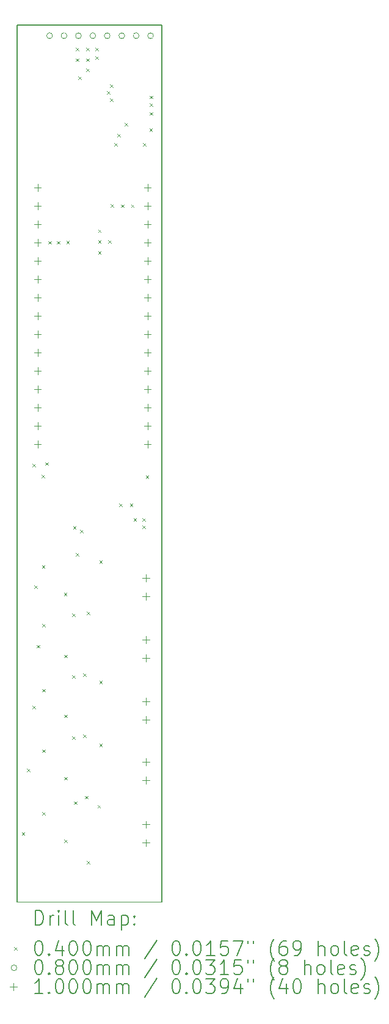
<source format=gbr>
%FSLAX45Y45*%
G04 Gerber Fmt 4.5, Leading zero omitted, Abs format (unit mm)*
G04 Created by KiCad (PCBNEW (6.0.6)) date 2022-09-05 13:44:15*
%MOMM*%
%LPD*%
G01*
G04 APERTURE LIST*
%TA.AperFunction,Profile*%
%ADD10C,0.150000*%
%TD*%
%TA.AperFunction,Profile*%
%ADD11C,0.100000*%
%TD*%
%ADD12C,0.200000*%
%ADD13C,0.040000*%
%ADD14C,0.080000*%
%ADD15C,0.100000*%
G04 APERTURE END LIST*
D10*
X14420000Y-3245000D02*
X14420000Y-15400000D01*
X12420000Y-15400000D02*
X12420000Y-3245000D01*
D11*
X12420000Y-15400000D02*
X14420000Y-15400000D01*
D10*
X12420000Y-3245000D02*
X14420000Y-3245000D01*
D12*
D13*
X12480000Y-14430000D02*
X12520000Y-14470000D01*
X12520000Y-14430000D02*
X12480000Y-14470000D01*
X12555000Y-13555000D02*
X12595000Y-13595000D01*
X12595000Y-13555000D02*
X12555000Y-13595000D01*
X12630000Y-9330000D02*
X12670000Y-9370000D01*
X12670000Y-9330000D02*
X12630000Y-9370000D01*
X12630000Y-12680000D02*
X12670000Y-12720000D01*
X12670000Y-12680000D02*
X12630000Y-12720000D01*
X12655000Y-11014500D02*
X12695000Y-11054500D01*
X12695000Y-11014500D02*
X12655000Y-11054500D01*
X12690550Y-11837377D02*
X12730550Y-11877377D01*
X12730550Y-11837377D02*
X12690550Y-11877377D01*
X12755000Y-9480000D02*
X12795000Y-9520000D01*
X12795000Y-9480000D02*
X12755000Y-9520000D01*
X12760500Y-10733100D02*
X12800500Y-10773100D01*
X12800500Y-10733100D02*
X12760500Y-10773100D01*
X12763000Y-11543500D02*
X12803000Y-11583500D01*
X12803000Y-11543500D02*
X12763000Y-11583500D01*
X12763000Y-12447000D02*
X12803000Y-12487000D01*
X12803000Y-12447000D02*
X12763000Y-12487000D01*
X12763000Y-13286300D02*
X12803000Y-13326300D01*
X12803000Y-13286300D02*
X12763000Y-13326300D01*
X12763000Y-14152600D02*
X12803000Y-14192600D01*
X12803000Y-14152600D02*
X12763000Y-14192600D01*
X12805000Y-9305000D02*
X12845000Y-9345000D01*
X12845000Y-9305000D02*
X12805000Y-9345000D01*
X12848000Y-6242000D02*
X12888000Y-6282000D01*
X12888000Y-6242000D02*
X12848000Y-6282000D01*
X12968000Y-6242000D02*
X13008000Y-6282000D01*
X13008000Y-6242000D02*
X12968000Y-6282000D01*
X13065300Y-11114100D02*
X13105300Y-11154100D01*
X13105300Y-11114100D02*
X13065300Y-11154100D01*
X13067800Y-11973600D02*
X13107800Y-12013600D01*
X13107800Y-11973600D02*
X13067800Y-12013600D01*
X13067800Y-13667300D02*
X13107800Y-13707300D01*
X13107800Y-13667300D02*
X13067800Y-13707300D01*
X13067800Y-14533600D02*
X13107800Y-14573600D01*
X13107800Y-14533600D02*
X13067800Y-14573600D01*
X13070300Y-12802200D02*
X13110300Y-12842200D01*
X13110300Y-12802200D02*
X13070300Y-12842200D01*
X13100000Y-6240000D02*
X13140000Y-6280000D01*
X13140000Y-6240000D02*
X13100000Y-6280000D01*
X13180000Y-11401500D02*
X13220000Y-11441500D01*
X13220000Y-11401500D02*
X13180000Y-11441500D01*
X13180000Y-12255000D02*
X13220000Y-12295000D01*
X13220000Y-12255000D02*
X13180000Y-12295000D01*
X13180000Y-13105000D02*
X13220000Y-13145000D01*
X13220000Y-13105000D02*
X13180000Y-13145000D01*
X13192500Y-10192500D02*
X13232500Y-10232500D01*
X13232500Y-10192500D02*
X13192500Y-10232500D01*
X13205000Y-14005000D02*
X13245000Y-14045000D01*
X13245000Y-14005000D02*
X13205000Y-14045000D01*
X13230000Y-10564500D02*
X13270000Y-10604500D01*
X13270000Y-10564500D02*
X13230000Y-10604500D01*
X13231500Y-3560000D02*
X13271500Y-3600000D01*
X13271500Y-3560000D02*
X13231500Y-3600000D01*
X13231500Y-3710000D02*
X13271500Y-3750000D01*
X13271500Y-3710000D02*
X13231500Y-3750000D01*
X13261500Y-3960000D02*
X13301500Y-4000000D01*
X13301500Y-3960000D02*
X13261500Y-4000000D01*
X13290000Y-10240000D02*
X13330000Y-10280000D01*
X13330000Y-10240000D02*
X13290000Y-10280000D01*
X13330000Y-12230000D02*
X13370000Y-12270000D01*
X13370000Y-12230000D02*
X13330000Y-12270000D01*
X13330000Y-13080000D02*
X13370000Y-13120000D01*
X13370000Y-13080000D02*
X13330000Y-13120000D01*
X13355000Y-13930000D02*
X13395000Y-13970000D01*
X13395000Y-13930000D02*
X13355000Y-13970000D01*
X13371500Y-3560000D02*
X13411500Y-3600000D01*
X13411500Y-3560000D02*
X13371500Y-3600000D01*
X13371500Y-3710000D02*
X13411500Y-3750000D01*
X13411500Y-3710000D02*
X13371500Y-3750000D01*
X13371500Y-3850000D02*
X13411500Y-3890000D01*
X13411500Y-3850000D02*
X13371500Y-3890000D01*
X13380000Y-11376500D02*
X13420000Y-11416500D01*
X13420000Y-11376500D02*
X13380000Y-11416500D01*
X13380000Y-14830000D02*
X13420000Y-14870000D01*
X13420000Y-14830000D02*
X13380000Y-14870000D01*
X13501500Y-3560000D02*
X13541500Y-3600000D01*
X13541500Y-3560000D02*
X13501500Y-3600000D01*
X13501500Y-3680000D02*
X13541500Y-3720000D01*
X13541500Y-3680000D02*
X13501500Y-3720000D01*
X13530000Y-14055000D02*
X13570000Y-14095000D01*
X13570000Y-14055000D02*
X13530000Y-14095000D01*
X13540000Y-6080000D02*
X13580000Y-6120000D01*
X13580000Y-6080000D02*
X13540000Y-6120000D01*
X13540000Y-6230000D02*
X13580000Y-6270000D01*
X13580000Y-6230000D02*
X13540000Y-6270000D01*
X13540000Y-6380000D02*
X13580000Y-6420000D01*
X13580000Y-6380000D02*
X13540000Y-6420000D01*
X13555000Y-10664500D02*
X13595000Y-10704500D01*
X13595000Y-10664500D02*
X13555000Y-10704500D01*
X13555000Y-12330000D02*
X13595000Y-12370000D01*
X13595000Y-12330000D02*
X13555000Y-12370000D01*
X13555000Y-13205000D02*
X13595000Y-13245000D01*
X13595000Y-13205000D02*
X13555000Y-13245000D01*
X13661500Y-4160000D02*
X13701500Y-4200000D01*
X13701500Y-4160000D02*
X13661500Y-4200000D01*
X13680000Y-6230000D02*
X13720000Y-6270000D01*
X13720000Y-6230000D02*
X13680000Y-6270000D01*
X13702750Y-4261250D02*
X13742750Y-4301250D01*
X13742750Y-4261250D02*
X13702750Y-4301250D01*
X13704000Y-4068000D02*
X13744000Y-4108000D01*
X13744000Y-4068000D02*
X13704000Y-4108000D01*
X13710000Y-5730000D02*
X13750000Y-5770000D01*
X13750000Y-5730000D02*
X13710000Y-5770000D01*
X13761500Y-4880000D02*
X13801500Y-4920000D01*
X13801500Y-4880000D02*
X13761500Y-4920000D01*
X13805000Y-4755000D02*
X13845000Y-4795000D01*
X13845000Y-4755000D02*
X13805000Y-4795000D01*
X13830000Y-9880000D02*
X13870000Y-9920000D01*
X13870000Y-9880000D02*
X13830000Y-9920000D01*
X13856000Y-5734000D02*
X13896000Y-5774000D01*
X13896000Y-5734000D02*
X13856000Y-5774000D01*
X13905000Y-4605000D02*
X13945000Y-4645000D01*
X13945000Y-4605000D02*
X13905000Y-4645000D01*
X13980000Y-9880000D02*
X14020000Y-9920000D01*
X14020000Y-9880000D02*
X13980000Y-9920000D01*
X13996000Y-5734000D02*
X14036000Y-5774000D01*
X14036000Y-5734000D02*
X13996000Y-5774000D01*
X14030000Y-10080000D02*
X14070000Y-10120000D01*
X14070000Y-10080000D02*
X14030000Y-10120000D01*
X14155000Y-10080000D02*
X14195000Y-10120000D01*
X14195000Y-10080000D02*
X14155000Y-10120000D01*
X14155000Y-10180000D02*
X14195000Y-10220000D01*
X14195000Y-10180000D02*
X14155000Y-10220000D01*
X14161500Y-4880000D02*
X14201500Y-4920000D01*
X14201500Y-4880000D02*
X14161500Y-4920000D01*
X14200000Y-9490000D02*
X14240000Y-9530000D01*
X14240000Y-9490000D02*
X14200000Y-9530000D01*
X14251500Y-4680000D02*
X14291500Y-4720000D01*
X14291500Y-4680000D02*
X14251500Y-4720000D01*
X14255000Y-4225000D02*
X14295000Y-4265000D01*
X14295000Y-4225000D02*
X14255000Y-4265000D01*
X14255000Y-4335000D02*
X14295000Y-4375000D01*
X14295000Y-4335000D02*
X14255000Y-4375000D01*
X14255000Y-4455000D02*
X14295000Y-4495000D01*
X14295000Y-4455000D02*
X14255000Y-4495000D01*
D14*
X12906500Y-3395000D02*
G75*
G03*
X12906500Y-3395000I-40000J0D01*
G01*
X13106500Y-3395000D02*
G75*
G03*
X13106500Y-3395000I-40000J0D01*
G01*
X13306500Y-3395000D02*
G75*
G03*
X13306500Y-3395000I-40000J0D01*
G01*
X13506500Y-3395000D02*
G75*
G03*
X13506500Y-3395000I-40000J0D01*
G01*
X13706500Y-3395000D02*
G75*
G03*
X13706500Y-3395000I-40000J0D01*
G01*
X13906500Y-3395000D02*
G75*
G03*
X13906500Y-3395000I-40000J0D01*
G01*
X14106500Y-3395000D02*
G75*
G03*
X14106500Y-3395000I-40000J0D01*
G01*
X14306500Y-3395000D02*
G75*
G03*
X14306500Y-3395000I-40000J0D01*
G01*
D15*
X12700000Y-5450000D02*
X12700000Y-5550000D01*
X12650000Y-5500000D02*
X12750000Y-5500000D01*
X12700000Y-5704000D02*
X12700000Y-5804000D01*
X12650000Y-5754000D02*
X12750000Y-5754000D01*
X12700000Y-5958000D02*
X12700000Y-6058000D01*
X12650000Y-6008000D02*
X12750000Y-6008000D01*
X12700000Y-6212000D02*
X12700000Y-6312000D01*
X12650000Y-6262000D02*
X12750000Y-6262000D01*
X12700000Y-6466000D02*
X12700000Y-6566000D01*
X12650000Y-6516000D02*
X12750000Y-6516000D01*
X12700000Y-6720000D02*
X12700000Y-6820000D01*
X12650000Y-6770000D02*
X12750000Y-6770000D01*
X12700000Y-6974000D02*
X12700000Y-7074000D01*
X12650000Y-7024000D02*
X12750000Y-7024000D01*
X12700000Y-7228000D02*
X12700000Y-7328000D01*
X12650000Y-7278000D02*
X12750000Y-7278000D01*
X12700000Y-7482000D02*
X12700000Y-7582000D01*
X12650000Y-7532000D02*
X12750000Y-7532000D01*
X12700000Y-7736000D02*
X12700000Y-7836000D01*
X12650000Y-7786000D02*
X12750000Y-7786000D01*
X12700000Y-7990000D02*
X12700000Y-8090000D01*
X12650000Y-8040000D02*
X12750000Y-8040000D01*
X12700000Y-8244000D02*
X12700000Y-8344000D01*
X12650000Y-8294000D02*
X12750000Y-8294000D01*
X12700000Y-8498000D02*
X12700000Y-8598000D01*
X12650000Y-8548000D02*
X12750000Y-8548000D01*
X12700000Y-8752000D02*
X12700000Y-8852000D01*
X12650000Y-8802000D02*
X12750000Y-8802000D01*
X12700000Y-9006000D02*
X12700000Y-9106000D01*
X12650000Y-9056000D02*
X12750000Y-9056000D01*
X14200000Y-14275000D02*
X14200000Y-14375000D01*
X14150000Y-14325000D02*
X14250000Y-14325000D01*
X14200000Y-14529000D02*
X14200000Y-14629000D01*
X14150000Y-14579000D02*
X14250000Y-14579000D01*
X14202500Y-10859500D02*
X14202500Y-10959500D01*
X14152500Y-10909500D02*
X14252500Y-10909500D01*
X14202500Y-11113500D02*
X14202500Y-11213500D01*
X14152500Y-11163500D02*
X14252500Y-11163500D01*
X14202500Y-11717000D02*
X14202500Y-11817000D01*
X14152500Y-11767000D02*
X14252500Y-11767000D01*
X14202500Y-11971000D02*
X14202500Y-12071000D01*
X14152500Y-12021000D02*
X14252500Y-12021000D01*
X14202500Y-12571000D02*
X14202500Y-12671000D01*
X14152500Y-12621000D02*
X14252500Y-12621000D01*
X14202500Y-12825000D02*
X14202500Y-12925000D01*
X14152500Y-12875000D02*
X14252500Y-12875000D01*
X14202500Y-13410700D02*
X14202500Y-13510700D01*
X14152500Y-13460700D02*
X14252500Y-13460700D01*
X14202500Y-13664700D02*
X14202500Y-13764700D01*
X14152500Y-13714700D02*
X14252500Y-13714700D01*
X14224000Y-5450000D02*
X14224000Y-5550000D01*
X14174000Y-5500000D02*
X14274000Y-5500000D01*
X14224000Y-5704000D02*
X14224000Y-5804000D01*
X14174000Y-5754000D02*
X14274000Y-5754000D01*
X14224000Y-5958000D02*
X14224000Y-6058000D01*
X14174000Y-6008000D02*
X14274000Y-6008000D01*
X14224000Y-6212000D02*
X14224000Y-6312000D01*
X14174000Y-6262000D02*
X14274000Y-6262000D01*
X14224000Y-6466000D02*
X14224000Y-6566000D01*
X14174000Y-6516000D02*
X14274000Y-6516000D01*
X14224000Y-6720000D02*
X14224000Y-6820000D01*
X14174000Y-6770000D02*
X14274000Y-6770000D01*
X14224000Y-6974000D02*
X14224000Y-7074000D01*
X14174000Y-7024000D02*
X14274000Y-7024000D01*
X14224000Y-7228000D02*
X14224000Y-7328000D01*
X14174000Y-7278000D02*
X14274000Y-7278000D01*
X14224000Y-7482000D02*
X14224000Y-7582000D01*
X14174000Y-7532000D02*
X14274000Y-7532000D01*
X14224000Y-7736000D02*
X14224000Y-7836000D01*
X14174000Y-7786000D02*
X14274000Y-7786000D01*
X14224000Y-7990000D02*
X14224000Y-8090000D01*
X14174000Y-8040000D02*
X14274000Y-8040000D01*
X14224000Y-8244000D02*
X14224000Y-8344000D01*
X14174000Y-8294000D02*
X14274000Y-8294000D01*
X14224000Y-8498000D02*
X14224000Y-8598000D01*
X14174000Y-8548000D02*
X14274000Y-8548000D01*
X14224000Y-8752000D02*
X14224000Y-8852000D01*
X14174000Y-8802000D02*
X14274000Y-8802000D01*
X14224000Y-9006000D02*
X14224000Y-9106000D01*
X14174000Y-9056000D02*
X14274000Y-9056000D01*
D12*
X12670119Y-15717976D02*
X12670119Y-15517976D01*
X12717738Y-15517976D01*
X12746309Y-15527500D01*
X12765357Y-15546548D01*
X12774881Y-15565595D01*
X12784405Y-15603690D01*
X12784405Y-15632262D01*
X12774881Y-15670357D01*
X12765357Y-15689405D01*
X12746309Y-15708452D01*
X12717738Y-15717976D01*
X12670119Y-15717976D01*
X12870119Y-15717976D02*
X12870119Y-15584643D01*
X12870119Y-15622738D02*
X12879643Y-15603690D01*
X12889167Y-15594167D01*
X12908214Y-15584643D01*
X12927262Y-15584643D01*
X12993928Y-15717976D02*
X12993928Y-15584643D01*
X12993928Y-15517976D02*
X12984405Y-15527500D01*
X12993928Y-15537024D01*
X13003452Y-15527500D01*
X12993928Y-15517976D01*
X12993928Y-15537024D01*
X13117738Y-15717976D02*
X13098690Y-15708452D01*
X13089167Y-15689405D01*
X13089167Y-15517976D01*
X13222500Y-15717976D02*
X13203452Y-15708452D01*
X13193928Y-15689405D01*
X13193928Y-15517976D01*
X13451071Y-15717976D02*
X13451071Y-15517976D01*
X13517738Y-15660833D01*
X13584405Y-15517976D01*
X13584405Y-15717976D01*
X13765357Y-15717976D02*
X13765357Y-15613214D01*
X13755833Y-15594167D01*
X13736786Y-15584643D01*
X13698690Y-15584643D01*
X13679643Y-15594167D01*
X13765357Y-15708452D02*
X13746309Y-15717976D01*
X13698690Y-15717976D01*
X13679643Y-15708452D01*
X13670119Y-15689405D01*
X13670119Y-15670357D01*
X13679643Y-15651309D01*
X13698690Y-15641786D01*
X13746309Y-15641786D01*
X13765357Y-15632262D01*
X13860595Y-15584643D02*
X13860595Y-15784643D01*
X13860595Y-15594167D02*
X13879643Y-15584643D01*
X13917738Y-15584643D01*
X13936786Y-15594167D01*
X13946309Y-15603690D01*
X13955833Y-15622738D01*
X13955833Y-15679881D01*
X13946309Y-15698928D01*
X13936786Y-15708452D01*
X13917738Y-15717976D01*
X13879643Y-15717976D01*
X13860595Y-15708452D01*
X14041548Y-15698928D02*
X14051071Y-15708452D01*
X14041548Y-15717976D01*
X14032024Y-15708452D01*
X14041548Y-15698928D01*
X14041548Y-15717976D01*
X14041548Y-15594167D02*
X14051071Y-15603690D01*
X14041548Y-15613214D01*
X14032024Y-15603690D01*
X14041548Y-15594167D01*
X14041548Y-15613214D01*
D13*
X12372500Y-16027500D02*
X12412500Y-16067500D01*
X12412500Y-16027500D02*
X12372500Y-16067500D01*
D12*
X12708214Y-15937976D02*
X12727262Y-15937976D01*
X12746309Y-15947500D01*
X12755833Y-15957024D01*
X12765357Y-15976071D01*
X12774881Y-16014167D01*
X12774881Y-16061786D01*
X12765357Y-16099881D01*
X12755833Y-16118928D01*
X12746309Y-16128452D01*
X12727262Y-16137976D01*
X12708214Y-16137976D01*
X12689167Y-16128452D01*
X12679643Y-16118928D01*
X12670119Y-16099881D01*
X12660595Y-16061786D01*
X12660595Y-16014167D01*
X12670119Y-15976071D01*
X12679643Y-15957024D01*
X12689167Y-15947500D01*
X12708214Y-15937976D01*
X12860595Y-16118928D02*
X12870119Y-16128452D01*
X12860595Y-16137976D01*
X12851071Y-16128452D01*
X12860595Y-16118928D01*
X12860595Y-16137976D01*
X13041548Y-16004643D02*
X13041548Y-16137976D01*
X12993928Y-15928452D02*
X12946309Y-16071309D01*
X13070119Y-16071309D01*
X13184405Y-15937976D02*
X13203452Y-15937976D01*
X13222500Y-15947500D01*
X13232024Y-15957024D01*
X13241548Y-15976071D01*
X13251071Y-16014167D01*
X13251071Y-16061786D01*
X13241548Y-16099881D01*
X13232024Y-16118928D01*
X13222500Y-16128452D01*
X13203452Y-16137976D01*
X13184405Y-16137976D01*
X13165357Y-16128452D01*
X13155833Y-16118928D01*
X13146309Y-16099881D01*
X13136786Y-16061786D01*
X13136786Y-16014167D01*
X13146309Y-15976071D01*
X13155833Y-15957024D01*
X13165357Y-15947500D01*
X13184405Y-15937976D01*
X13374881Y-15937976D02*
X13393928Y-15937976D01*
X13412976Y-15947500D01*
X13422500Y-15957024D01*
X13432024Y-15976071D01*
X13441548Y-16014167D01*
X13441548Y-16061786D01*
X13432024Y-16099881D01*
X13422500Y-16118928D01*
X13412976Y-16128452D01*
X13393928Y-16137976D01*
X13374881Y-16137976D01*
X13355833Y-16128452D01*
X13346309Y-16118928D01*
X13336786Y-16099881D01*
X13327262Y-16061786D01*
X13327262Y-16014167D01*
X13336786Y-15976071D01*
X13346309Y-15957024D01*
X13355833Y-15947500D01*
X13374881Y-15937976D01*
X13527262Y-16137976D02*
X13527262Y-16004643D01*
X13527262Y-16023690D02*
X13536786Y-16014167D01*
X13555833Y-16004643D01*
X13584405Y-16004643D01*
X13603452Y-16014167D01*
X13612976Y-16033214D01*
X13612976Y-16137976D01*
X13612976Y-16033214D02*
X13622500Y-16014167D01*
X13641548Y-16004643D01*
X13670119Y-16004643D01*
X13689167Y-16014167D01*
X13698690Y-16033214D01*
X13698690Y-16137976D01*
X13793928Y-16137976D02*
X13793928Y-16004643D01*
X13793928Y-16023690D02*
X13803452Y-16014167D01*
X13822500Y-16004643D01*
X13851071Y-16004643D01*
X13870119Y-16014167D01*
X13879643Y-16033214D01*
X13879643Y-16137976D01*
X13879643Y-16033214D02*
X13889167Y-16014167D01*
X13908214Y-16004643D01*
X13936786Y-16004643D01*
X13955833Y-16014167D01*
X13965357Y-16033214D01*
X13965357Y-16137976D01*
X14355833Y-15928452D02*
X14184405Y-16185595D01*
X14612976Y-15937976D02*
X14632024Y-15937976D01*
X14651071Y-15947500D01*
X14660595Y-15957024D01*
X14670119Y-15976071D01*
X14679643Y-16014167D01*
X14679643Y-16061786D01*
X14670119Y-16099881D01*
X14660595Y-16118928D01*
X14651071Y-16128452D01*
X14632024Y-16137976D01*
X14612976Y-16137976D01*
X14593928Y-16128452D01*
X14584405Y-16118928D01*
X14574881Y-16099881D01*
X14565357Y-16061786D01*
X14565357Y-16014167D01*
X14574881Y-15976071D01*
X14584405Y-15957024D01*
X14593928Y-15947500D01*
X14612976Y-15937976D01*
X14765357Y-16118928D02*
X14774881Y-16128452D01*
X14765357Y-16137976D01*
X14755833Y-16128452D01*
X14765357Y-16118928D01*
X14765357Y-16137976D01*
X14898690Y-15937976D02*
X14917738Y-15937976D01*
X14936786Y-15947500D01*
X14946309Y-15957024D01*
X14955833Y-15976071D01*
X14965357Y-16014167D01*
X14965357Y-16061786D01*
X14955833Y-16099881D01*
X14946309Y-16118928D01*
X14936786Y-16128452D01*
X14917738Y-16137976D01*
X14898690Y-16137976D01*
X14879643Y-16128452D01*
X14870119Y-16118928D01*
X14860595Y-16099881D01*
X14851071Y-16061786D01*
X14851071Y-16014167D01*
X14860595Y-15976071D01*
X14870119Y-15957024D01*
X14879643Y-15947500D01*
X14898690Y-15937976D01*
X15155833Y-16137976D02*
X15041548Y-16137976D01*
X15098690Y-16137976D02*
X15098690Y-15937976D01*
X15079643Y-15966548D01*
X15060595Y-15985595D01*
X15041548Y-15995119D01*
X15336786Y-15937976D02*
X15241548Y-15937976D01*
X15232024Y-16033214D01*
X15241548Y-16023690D01*
X15260595Y-16014167D01*
X15308214Y-16014167D01*
X15327262Y-16023690D01*
X15336786Y-16033214D01*
X15346309Y-16052262D01*
X15346309Y-16099881D01*
X15336786Y-16118928D01*
X15327262Y-16128452D01*
X15308214Y-16137976D01*
X15260595Y-16137976D01*
X15241548Y-16128452D01*
X15232024Y-16118928D01*
X15412976Y-15937976D02*
X15546309Y-15937976D01*
X15460595Y-16137976D01*
X15612976Y-15937976D02*
X15612976Y-15976071D01*
X15689167Y-15937976D02*
X15689167Y-15976071D01*
X15984405Y-16214167D02*
X15974881Y-16204643D01*
X15955833Y-16176071D01*
X15946309Y-16157024D01*
X15936786Y-16128452D01*
X15927262Y-16080833D01*
X15927262Y-16042738D01*
X15936786Y-15995119D01*
X15946309Y-15966548D01*
X15955833Y-15947500D01*
X15974881Y-15918928D01*
X15984405Y-15909405D01*
X16146309Y-15937976D02*
X16108214Y-15937976D01*
X16089167Y-15947500D01*
X16079643Y-15957024D01*
X16060595Y-15985595D01*
X16051071Y-16023690D01*
X16051071Y-16099881D01*
X16060595Y-16118928D01*
X16070119Y-16128452D01*
X16089167Y-16137976D01*
X16127262Y-16137976D01*
X16146309Y-16128452D01*
X16155833Y-16118928D01*
X16165357Y-16099881D01*
X16165357Y-16052262D01*
X16155833Y-16033214D01*
X16146309Y-16023690D01*
X16127262Y-16014167D01*
X16089167Y-16014167D01*
X16070119Y-16023690D01*
X16060595Y-16033214D01*
X16051071Y-16052262D01*
X16260595Y-16137976D02*
X16298690Y-16137976D01*
X16317738Y-16128452D01*
X16327262Y-16118928D01*
X16346309Y-16090357D01*
X16355833Y-16052262D01*
X16355833Y-15976071D01*
X16346309Y-15957024D01*
X16336786Y-15947500D01*
X16317738Y-15937976D01*
X16279643Y-15937976D01*
X16260595Y-15947500D01*
X16251071Y-15957024D01*
X16241548Y-15976071D01*
X16241548Y-16023690D01*
X16251071Y-16042738D01*
X16260595Y-16052262D01*
X16279643Y-16061786D01*
X16317738Y-16061786D01*
X16336786Y-16052262D01*
X16346309Y-16042738D01*
X16355833Y-16023690D01*
X16593928Y-16137976D02*
X16593928Y-15937976D01*
X16679643Y-16137976D02*
X16679643Y-16033214D01*
X16670119Y-16014167D01*
X16651071Y-16004643D01*
X16622500Y-16004643D01*
X16603452Y-16014167D01*
X16593928Y-16023690D01*
X16803452Y-16137976D02*
X16784405Y-16128452D01*
X16774881Y-16118928D01*
X16765357Y-16099881D01*
X16765357Y-16042738D01*
X16774881Y-16023690D01*
X16784405Y-16014167D01*
X16803452Y-16004643D01*
X16832024Y-16004643D01*
X16851071Y-16014167D01*
X16860595Y-16023690D01*
X16870119Y-16042738D01*
X16870119Y-16099881D01*
X16860595Y-16118928D01*
X16851071Y-16128452D01*
X16832024Y-16137976D01*
X16803452Y-16137976D01*
X16984405Y-16137976D02*
X16965357Y-16128452D01*
X16955833Y-16109405D01*
X16955833Y-15937976D01*
X17136786Y-16128452D02*
X17117738Y-16137976D01*
X17079643Y-16137976D01*
X17060595Y-16128452D01*
X17051071Y-16109405D01*
X17051071Y-16033214D01*
X17060595Y-16014167D01*
X17079643Y-16004643D01*
X17117738Y-16004643D01*
X17136786Y-16014167D01*
X17146310Y-16033214D01*
X17146310Y-16052262D01*
X17051071Y-16071309D01*
X17222500Y-16128452D02*
X17241548Y-16137976D01*
X17279643Y-16137976D01*
X17298690Y-16128452D01*
X17308214Y-16109405D01*
X17308214Y-16099881D01*
X17298690Y-16080833D01*
X17279643Y-16071309D01*
X17251071Y-16071309D01*
X17232024Y-16061786D01*
X17222500Y-16042738D01*
X17222500Y-16033214D01*
X17232024Y-16014167D01*
X17251071Y-16004643D01*
X17279643Y-16004643D01*
X17298690Y-16014167D01*
X17374881Y-16214167D02*
X17384405Y-16204643D01*
X17403452Y-16176071D01*
X17412976Y-16157024D01*
X17422500Y-16128452D01*
X17432024Y-16080833D01*
X17432024Y-16042738D01*
X17422500Y-15995119D01*
X17412976Y-15966548D01*
X17403452Y-15947500D01*
X17384405Y-15918928D01*
X17374881Y-15909405D01*
D14*
X12412500Y-16311500D02*
G75*
G03*
X12412500Y-16311500I-40000J0D01*
G01*
D12*
X12708214Y-16201976D02*
X12727262Y-16201976D01*
X12746309Y-16211500D01*
X12755833Y-16221024D01*
X12765357Y-16240071D01*
X12774881Y-16278167D01*
X12774881Y-16325786D01*
X12765357Y-16363881D01*
X12755833Y-16382928D01*
X12746309Y-16392452D01*
X12727262Y-16401976D01*
X12708214Y-16401976D01*
X12689167Y-16392452D01*
X12679643Y-16382928D01*
X12670119Y-16363881D01*
X12660595Y-16325786D01*
X12660595Y-16278167D01*
X12670119Y-16240071D01*
X12679643Y-16221024D01*
X12689167Y-16211500D01*
X12708214Y-16201976D01*
X12860595Y-16382928D02*
X12870119Y-16392452D01*
X12860595Y-16401976D01*
X12851071Y-16392452D01*
X12860595Y-16382928D01*
X12860595Y-16401976D01*
X12984405Y-16287690D02*
X12965357Y-16278167D01*
X12955833Y-16268643D01*
X12946309Y-16249595D01*
X12946309Y-16240071D01*
X12955833Y-16221024D01*
X12965357Y-16211500D01*
X12984405Y-16201976D01*
X13022500Y-16201976D01*
X13041548Y-16211500D01*
X13051071Y-16221024D01*
X13060595Y-16240071D01*
X13060595Y-16249595D01*
X13051071Y-16268643D01*
X13041548Y-16278167D01*
X13022500Y-16287690D01*
X12984405Y-16287690D01*
X12965357Y-16297214D01*
X12955833Y-16306738D01*
X12946309Y-16325786D01*
X12946309Y-16363881D01*
X12955833Y-16382928D01*
X12965357Y-16392452D01*
X12984405Y-16401976D01*
X13022500Y-16401976D01*
X13041548Y-16392452D01*
X13051071Y-16382928D01*
X13060595Y-16363881D01*
X13060595Y-16325786D01*
X13051071Y-16306738D01*
X13041548Y-16297214D01*
X13022500Y-16287690D01*
X13184405Y-16201976D02*
X13203452Y-16201976D01*
X13222500Y-16211500D01*
X13232024Y-16221024D01*
X13241548Y-16240071D01*
X13251071Y-16278167D01*
X13251071Y-16325786D01*
X13241548Y-16363881D01*
X13232024Y-16382928D01*
X13222500Y-16392452D01*
X13203452Y-16401976D01*
X13184405Y-16401976D01*
X13165357Y-16392452D01*
X13155833Y-16382928D01*
X13146309Y-16363881D01*
X13136786Y-16325786D01*
X13136786Y-16278167D01*
X13146309Y-16240071D01*
X13155833Y-16221024D01*
X13165357Y-16211500D01*
X13184405Y-16201976D01*
X13374881Y-16201976D02*
X13393928Y-16201976D01*
X13412976Y-16211500D01*
X13422500Y-16221024D01*
X13432024Y-16240071D01*
X13441548Y-16278167D01*
X13441548Y-16325786D01*
X13432024Y-16363881D01*
X13422500Y-16382928D01*
X13412976Y-16392452D01*
X13393928Y-16401976D01*
X13374881Y-16401976D01*
X13355833Y-16392452D01*
X13346309Y-16382928D01*
X13336786Y-16363881D01*
X13327262Y-16325786D01*
X13327262Y-16278167D01*
X13336786Y-16240071D01*
X13346309Y-16221024D01*
X13355833Y-16211500D01*
X13374881Y-16201976D01*
X13527262Y-16401976D02*
X13527262Y-16268643D01*
X13527262Y-16287690D02*
X13536786Y-16278167D01*
X13555833Y-16268643D01*
X13584405Y-16268643D01*
X13603452Y-16278167D01*
X13612976Y-16297214D01*
X13612976Y-16401976D01*
X13612976Y-16297214D02*
X13622500Y-16278167D01*
X13641548Y-16268643D01*
X13670119Y-16268643D01*
X13689167Y-16278167D01*
X13698690Y-16297214D01*
X13698690Y-16401976D01*
X13793928Y-16401976D02*
X13793928Y-16268643D01*
X13793928Y-16287690D02*
X13803452Y-16278167D01*
X13822500Y-16268643D01*
X13851071Y-16268643D01*
X13870119Y-16278167D01*
X13879643Y-16297214D01*
X13879643Y-16401976D01*
X13879643Y-16297214D02*
X13889167Y-16278167D01*
X13908214Y-16268643D01*
X13936786Y-16268643D01*
X13955833Y-16278167D01*
X13965357Y-16297214D01*
X13965357Y-16401976D01*
X14355833Y-16192452D02*
X14184405Y-16449595D01*
X14612976Y-16201976D02*
X14632024Y-16201976D01*
X14651071Y-16211500D01*
X14660595Y-16221024D01*
X14670119Y-16240071D01*
X14679643Y-16278167D01*
X14679643Y-16325786D01*
X14670119Y-16363881D01*
X14660595Y-16382928D01*
X14651071Y-16392452D01*
X14632024Y-16401976D01*
X14612976Y-16401976D01*
X14593928Y-16392452D01*
X14584405Y-16382928D01*
X14574881Y-16363881D01*
X14565357Y-16325786D01*
X14565357Y-16278167D01*
X14574881Y-16240071D01*
X14584405Y-16221024D01*
X14593928Y-16211500D01*
X14612976Y-16201976D01*
X14765357Y-16382928D02*
X14774881Y-16392452D01*
X14765357Y-16401976D01*
X14755833Y-16392452D01*
X14765357Y-16382928D01*
X14765357Y-16401976D01*
X14898690Y-16201976D02*
X14917738Y-16201976D01*
X14936786Y-16211500D01*
X14946309Y-16221024D01*
X14955833Y-16240071D01*
X14965357Y-16278167D01*
X14965357Y-16325786D01*
X14955833Y-16363881D01*
X14946309Y-16382928D01*
X14936786Y-16392452D01*
X14917738Y-16401976D01*
X14898690Y-16401976D01*
X14879643Y-16392452D01*
X14870119Y-16382928D01*
X14860595Y-16363881D01*
X14851071Y-16325786D01*
X14851071Y-16278167D01*
X14860595Y-16240071D01*
X14870119Y-16221024D01*
X14879643Y-16211500D01*
X14898690Y-16201976D01*
X15032024Y-16201976D02*
X15155833Y-16201976D01*
X15089167Y-16278167D01*
X15117738Y-16278167D01*
X15136786Y-16287690D01*
X15146309Y-16297214D01*
X15155833Y-16316262D01*
X15155833Y-16363881D01*
X15146309Y-16382928D01*
X15136786Y-16392452D01*
X15117738Y-16401976D01*
X15060595Y-16401976D01*
X15041548Y-16392452D01*
X15032024Y-16382928D01*
X15346309Y-16401976D02*
X15232024Y-16401976D01*
X15289167Y-16401976D02*
X15289167Y-16201976D01*
X15270119Y-16230548D01*
X15251071Y-16249595D01*
X15232024Y-16259119D01*
X15527262Y-16201976D02*
X15432024Y-16201976D01*
X15422500Y-16297214D01*
X15432024Y-16287690D01*
X15451071Y-16278167D01*
X15498690Y-16278167D01*
X15517738Y-16287690D01*
X15527262Y-16297214D01*
X15536786Y-16316262D01*
X15536786Y-16363881D01*
X15527262Y-16382928D01*
X15517738Y-16392452D01*
X15498690Y-16401976D01*
X15451071Y-16401976D01*
X15432024Y-16392452D01*
X15422500Y-16382928D01*
X15612976Y-16201976D02*
X15612976Y-16240071D01*
X15689167Y-16201976D02*
X15689167Y-16240071D01*
X15984405Y-16478167D02*
X15974881Y-16468643D01*
X15955833Y-16440071D01*
X15946309Y-16421024D01*
X15936786Y-16392452D01*
X15927262Y-16344833D01*
X15927262Y-16306738D01*
X15936786Y-16259119D01*
X15946309Y-16230548D01*
X15955833Y-16211500D01*
X15974881Y-16182928D01*
X15984405Y-16173405D01*
X16089167Y-16287690D02*
X16070119Y-16278167D01*
X16060595Y-16268643D01*
X16051071Y-16249595D01*
X16051071Y-16240071D01*
X16060595Y-16221024D01*
X16070119Y-16211500D01*
X16089167Y-16201976D01*
X16127262Y-16201976D01*
X16146309Y-16211500D01*
X16155833Y-16221024D01*
X16165357Y-16240071D01*
X16165357Y-16249595D01*
X16155833Y-16268643D01*
X16146309Y-16278167D01*
X16127262Y-16287690D01*
X16089167Y-16287690D01*
X16070119Y-16297214D01*
X16060595Y-16306738D01*
X16051071Y-16325786D01*
X16051071Y-16363881D01*
X16060595Y-16382928D01*
X16070119Y-16392452D01*
X16089167Y-16401976D01*
X16127262Y-16401976D01*
X16146309Y-16392452D01*
X16155833Y-16382928D01*
X16165357Y-16363881D01*
X16165357Y-16325786D01*
X16155833Y-16306738D01*
X16146309Y-16297214D01*
X16127262Y-16287690D01*
X16403452Y-16401976D02*
X16403452Y-16201976D01*
X16489167Y-16401976D02*
X16489167Y-16297214D01*
X16479643Y-16278167D01*
X16460595Y-16268643D01*
X16432024Y-16268643D01*
X16412976Y-16278167D01*
X16403452Y-16287690D01*
X16612976Y-16401976D02*
X16593928Y-16392452D01*
X16584405Y-16382928D01*
X16574881Y-16363881D01*
X16574881Y-16306738D01*
X16584405Y-16287690D01*
X16593928Y-16278167D01*
X16612976Y-16268643D01*
X16641548Y-16268643D01*
X16660595Y-16278167D01*
X16670119Y-16287690D01*
X16679643Y-16306738D01*
X16679643Y-16363881D01*
X16670119Y-16382928D01*
X16660595Y-16392452D01*
X16641548Y-16401976D01*
X16612976Y-16401976D01*
X16793929Y-16401976D02*
X16774881Y-16392452D01*
X16765357Y-16373405D01*
X16765357Y-16201976D01*
X16946310Y-16392452D02*
X16927262Y-16401976D01*
X16889167Y-16401976D01*
X16870119Y-16392452D01*
X16860595Y-16373405D01*
X16860595Y-16297214D01*
X16870119Y-16278167D01*
X16889167Y-16268643D01*
X16927262Y-16268643D01*
X16946310Y-16278167D01*
X16955833Y-16297214D01*
X16955833Y-16316262D01*
X16860595Y-16335309D01*
X17032024Y-16392452D02*
X17051071Y-16401976D01*
X17089167Y-16401976D01*
X17108214Y-16392452D01*
X17117738Y-16373405D01*
X17117738Y-16363881D01*
X17108214Y-16344833D01*
X17089167Y-16335309D01*
X17060595Y-16335309D01*
X17041548Y-16325786D01*
X17032024Y-16306738D01*
X17032024Y-16297214D01*
X17041548Y-16278167D01*
X17060595Y-16268643D01*
X17089167Y-16268643D01*
X17108214Y-16278167D01*
X17184405Y-16478167D02*
X17193929Y-16468643D01*
X17212976Y-16440071D01*
X17222500Y-16421024D01*
X17232024Y-16392452D01*
X17241548Y-16344833D01*
X17241548Y-16306738D01*
X17232024Y-16259119D01*
X17222500Y-16230548D01*
X17212976Y-16211500D01*
X17193929Y-16182928D01*
X17184405Y-16173405D01*
D15*
X12362500Y-16525500D02*
X12362500Y-16625500D01*
X12312500Y-16575500D02*
X12412500Y-16575500D01*
D12*
X12774881Y-16665976D02*
X12660595Y-16665976D01*
X12717738Y-16665976D02*
X12717738Y-16465976D01*
X12698690Y-16494548D01*
X12679643Y-16513595D01*
X12660595Y-16523119D01*
X12860595Y-16646928D02*
X12870119Y-16656452D01*
X12860595Y-16665976D01*
X12851071Y-16656452D01*
X12860595Y-16646928D01*
X12860595Y-16665976D01*
X12993928Y-16465976D02*
X13012976Y-16465976D01*
X13032024Y-16475500D01*
X13041548Y-16485024D01*
X13051071Y-16504071D01*
X13060595Y-16542167D01*
X13060595Y-16589786D01*
X13051071Y-16627881D01*
X13041548Y-16646928D01*
X13032024Y-16656452D01*
X13012976Y-16665976D01*
X12993928Y-16665976D01*
X12974881Y-16656452D01*
X12965357Y-16646928D01*
X12955833Y-16627881D01*
X12946309Y-16589786D01*
X12946309Y-16542167D01*
X12955833Y-16504071D01*
X12965357Y-16485024D01*
X12974881Y-16475500D01*
X12993928Y-16465976D01*
X13184405Y-16465976D02*
X13203452Y-16465976D01*
X13222500Y-16475500D01*
X13232024Y-16485024D01*
X13241548Y-16504071D01*
X13251071Y-16542167D01*
X13251071Y-16589786D01*
X13241548Y-16627881D01*
X13232024Y-16646928D01*
X13222500Y-16656452D01*
X13203452Y-16665976D01*
X13184405Y-16665976D01*
X13165357Y-16656452D01*
X13155833Y-16646928D01*
X13146309Y-16627881D01*
X13136786Y-16589786D01*
X13136786Y-16542167D01*
X13146309Y-16504071D01*
X13155833Y-16485024D01*
X13165357Y-16475500D01*
X13184405Y-16465976D01*
X13374881Y-16465976D02*
X13393928Y-16465976D01*
X13412976Y-16475500D01*
X13422500Y-16485024D01*
X13432024Y-16504071D01*
X13441548Y-16542167D01*
X13441548Y-16589786D01*
X13432024Y-16627881D01*
X13422500Y-16646928D01*
X13412976Y-16656452D01*
X13393928Y-16665976D01*
X13374881Y-16665976D01*
X13355833Y-16656452D01*
X13346309Y-16646928D01*
X13336786Y-16627881D01*
X13327262Y-16589786D01*
X13327262Y-16542167D01*
X13336786Y-16504071D01*
X13346309Y-16485024D01*
X13355833Y-16475500D01*
X13374881Y-16465976D01*
X13527262Y-16665976D02*
X13527262Y-16532643D01*
X13527262Y-16551690D02*
X13536786Y-16542167D01*
X13555833Y-16532643D01*
X13584405Y-16532643D01*
X13603452Y-16542167D01*
X13612976Y-16561214D01*
X13612976Y-16665976D01*
X13612976Y-16561214D02*
X13622500Y-16542167D01*
X13641548Y-16532643D01*
X13670119Y-16532643D01*
X13689167Y-16542167D01*
X13698690Y-16561214D01*
X13698690Y-16665976D01*
X13793928Y-16665976D02*
X13793928Y-16532643D01*
X13793928Y-16551690D02*
X13803452Y-16542167D01*
X13822500Y-16532643D01*
X13851071Y-16532643D01*
X13870119Y-16542167D01*
X13879643Y-16561214D01*
X13879643Y-16665976D01*
X13879643Y-16561214D02*
X13889167Y-16542167D01*
X13908214Y-16532643D01*
X13936786Y-16532643D01*
X13955833Y-16542167D01*
X13965357Y-16561214D01*
X13965357Y-16665976D01*
X14355833Y-16456452D02*
X14184405Y-16713595D01*
X14612976Y-16465976D02*
X14632024Y-16465976D01*
X14651071Y-16475500D01*
X14660595Y-16485024D01*
X14670119Y-16504071D01*
X14679643Y-16542167D01*
X14679643Y-16589786D01*
X14670119Y-16627881D01*
X14660595Y-16646928D01*
X14651071Y-16656452D01*
X14632024Y-16665976D01*
X14612976Y-16665976D01*
X14593928Y-16656452D01*
X14584405Y-16646928D01*
X14574881Y-16627881D01*
X14565357Y-16589786D01*
X14565357Y-16542167D01*
X14574881Y-16504071D01*
X14584405Y-16485024D01*
X14593928Y-16475500D01*
X14612976Y-16465976D01*
X14765357Y-16646928D02*
X14774881Y-16656452D01*
X14765357Y-16665976D01*
X14755833Y-16656452D01*
X14765357Y-16646928D01*
X14765357Y-16665976D01*
X14898690Y-16465976D02*
X14917738Y-16465976D01*
X14936786Y-16475500D01*
X14946309Y-16485024D01*
X14955833Y-16504071D01*
X14965357Y-16542167D01*
X14965357Y-16589786D01*
X14955833Y-16627881D01*
X14946309Y-16646928D01*
X14936786Y-16656452D01*
X14917738Y-16665976D01*
X14898690Y-16665976D01*
X14879643Y-16656452D01*
X14870119Y-16646928D01*
X14860595Y-16627881D01*
X14851071Y-16589786D01*
X14851071Y-16542167D01*
X14860595Y-16504071D01*
X14870119Y-16485024D01*
X14879643Y-16475500D01*
X14898690Y-16465976D01*
X15032024Y-16465976D02*
X15155833Y-16465976D01*
X15089167Y-16542167D01*
X15117738Y-16542167D01*
X15136786Y-16551690D01*
X15146309Y-16561214D01*
X15155833Y-16580262D01*
X15155833Y-16627881D01*
X15146309Y-16646928D01*
X15136786Y-16656452D01*
X15117738Y-16665976D01*
X15060595Y-16665976D01*
X15041548Y-16656452D01*
X15032024Y-16646928D01*
X15251071Y-16665976D02*
X15289167Y-16665976D01*
X15308214Y-16656452D01*
X15317738Y-16646928D01*
X15336786Y-16618357D01*
X15346309Y-16580262D01*
X15346309Y-16504071D01*
X15336786Y-16485024D01*
X15327262Y-16475500D01*
X15308214Y-16465976D01*
X15270119Y-16465976D01*
X15251071Y-16475500D01*
X15241548Y-16485024D01*
X15232024Y-16504071D01*
X15232024Y-16551690D01*
X15241548Y-16570738D01*
X15251071Y-16580262D01*
X15270119Y-16589786D01*
X15308214Y-16589786D01*
X15327262Y-16580262D01*
X15336786Y-16570738D01*
X15346309Y-16551690D01*
X15517738Y-16532643D02*
X15517738Y-16665976D01*
X15470119Y-16456452D02*
X15422500Y-16599309D01*
X15546309Y-16599309D01*
X15612976Y-16465976D02*
X15612976Y-16504071D01*
X15689167Y-16465976D02*
X15689167Y-16504071D01*
X15984405Y-16742167D02*
X15974881Y-16732643D01*
X15955833Y-16704071D01*
X15946309Y-16685024D01*
X15936786Y-16656452D01*
X15927262Y-16608833D01*
X15927262Y-16570738D01*
X15936786Y-16523119D01*
X15946309Y-16494548D01*
X15955833Y-16475500D01*
X15974881Y-16446928D01*
X15984405Y-16437405D01*
X16146309Y-16532643D02*
X16146309Y-16665976D01*
X16098690Y-16456452D02*
X16051071Y-16599309D01*
X16174881Y-16599309D01*
X16289167Y-16465976D02*
X16308214Y-16465976D01*
X16327262Y-16475500D01*
X16336786Y-16485024D01*
X16346309Y-16504071D01*
X16355833Y-16542167D01*
X16355833Y-16589786D01*
X16346309Y-16627881D01*
X16336786Y-16646928D01*
X16327262Y-16656452D01*
X16308214Y-16665976D01*
X16289167Y-16665976D01*
X16270119Y-16656452D01*
X16260595Y-16646928D01*
X16251071Y-16627881D01*
X16241548Y-16589786D01*
X16241548Y-16542167D01*
X16251071Y-16504071D01*
X16260595Y-16485024D01*
X16270119Y-16475500D01*
X16289167Y-16465976D01*
X16593928Y-16665976D02*
X16593928Y-16465976D01*
X16679643Y-16665976D02*
X16679643Y-16561214D01*
X16670119Y-16542167D01*
X16651071Y-16532643D01*
X16622500Y-16532643D01*
X16603452Y-16542167D01*
X16593928Y-16551690D01*
X16803452Y-16665976D02*
X16784405Y-16656452D01*
X16774881Y-16646928D01*
X16765357Y-16627881D01*
X16765357Y-16570738D01*
X16774881Y-16551690D01*
X16784405Y-16542167D01*
X16803452Y-16532643D01*
X16832024Y-16532643D01*
X16851071Y-16542167D01*
X16860595Y-16551690D01*
X16870119Y-16570738D01*
X16870119Y-16627881D01*
X16860595Y-16646928D01*
X16851071Y-16656452D01*
X16832024Y-16665976D01*
X16803452Y-16665976D01*
X16984405Y-16665976D02*
X16965357Y-16656452D01*
X16955833Y-16637405D01*
X16955833Y-16465976D01*
X17136786Y-16656452D02*
X17117738Y-16665976D01*
X17079643Y-16665976D01*
X17060595Y-16656452D01*
X17051071Y-16637405D01*
X17051071Y-16561214D01*
X17060595Y-16542167D01*
X17079643Y-16532643D01*
X17117738Y-16532643D01*
X17136786Y-16542167D01*
X17146310Y-16561214D01*
X17146310Y-16580262D01*
X17051071Y-16599309D01*
X17222500Y-16656452D02*
X17241548Y-16665976D01*
X17279643Y-16665976D01*
X17298690Y-16656452D01*
X17308214Y-16637405D01*
X17308214Y-16627881D01*
X17298690Y-16608833D01*
X17279643Y-16599309D01*
X17251071Y-16599309D01*
X17232024Y-16589786D01*
X17222500Y-16570738D01*
X17222500Y-16561214D01*
X17232024Y-16542167D01*
X17251071Y-16532643D01*
X17279643Y-16532643D01*
X17298690Y-16542167D01*
X17374881Y-16742167D02*
X17384405Y-16732643D01*
X17403452Y-16704071D01*
X17412976Y-16685024D01*
X17422500Y-16656452D01*
X17432024Y-16608833D01*
X17432024Y-16570738D01*
X17422500Y-16523119D01*
X17412976Y-16494548D01*
X17403452Y-16475500D01*
X17384405Y-16446928D01*
X17374881Y-16437405D01*
M02*

</source>
